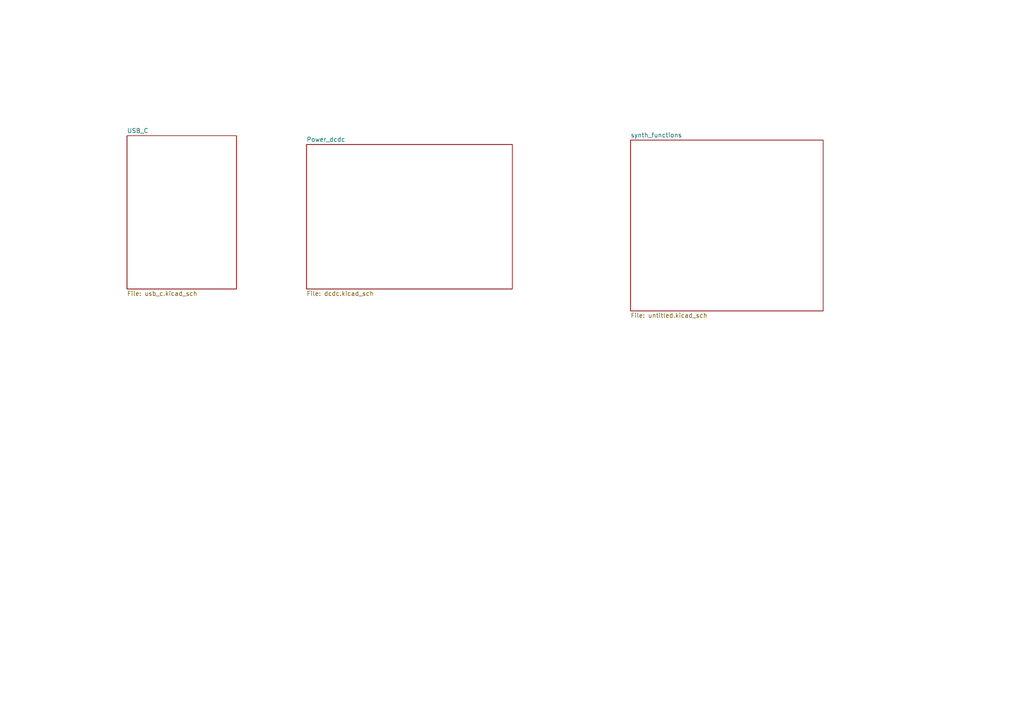
<source format=kicad_sch>
(kicad_sch (version 20211123) (generator eeschema)
  (paper "A4")
  (lib_symbols)
  (sheet (at 182.88 40.64) (size 55.88 49.53) (stroke (width 0.1524))
    (property "Sheet name" "synth_functions" (at 182.88 39.9284 0) (effects (justify left bottom)))
    (property "Sheet file" "untitled.kicad_sch" (at 182.88 90.7546 0) (effects (justify left top)))
  )
  (sheet (at 88.9 41.91) (size 59.69 41.91) (stroke (width 0.1524))
    (property "Sheet name" "Power_dcdc" (at 88.9 41.1984 0) (effects (justify left bottom)))
    (property "Sheet file" "dcdc.kicad_sch" (at 88.9 84.4046 0) (effects (justify left top)))
  )
  (sheet (at 36.83 39.37) (size 31.75 44.45) (stroke (width 0.1524))
    (property "Sheet name" "USB_C" (at 36.83 38.6584 0) (effects (justify left bottom)))
    (property "Sheet file" "usb_c.kicad_sch" (at 36.83 84.4046 0) (effects (justify left top)))
  )
)
</source>
